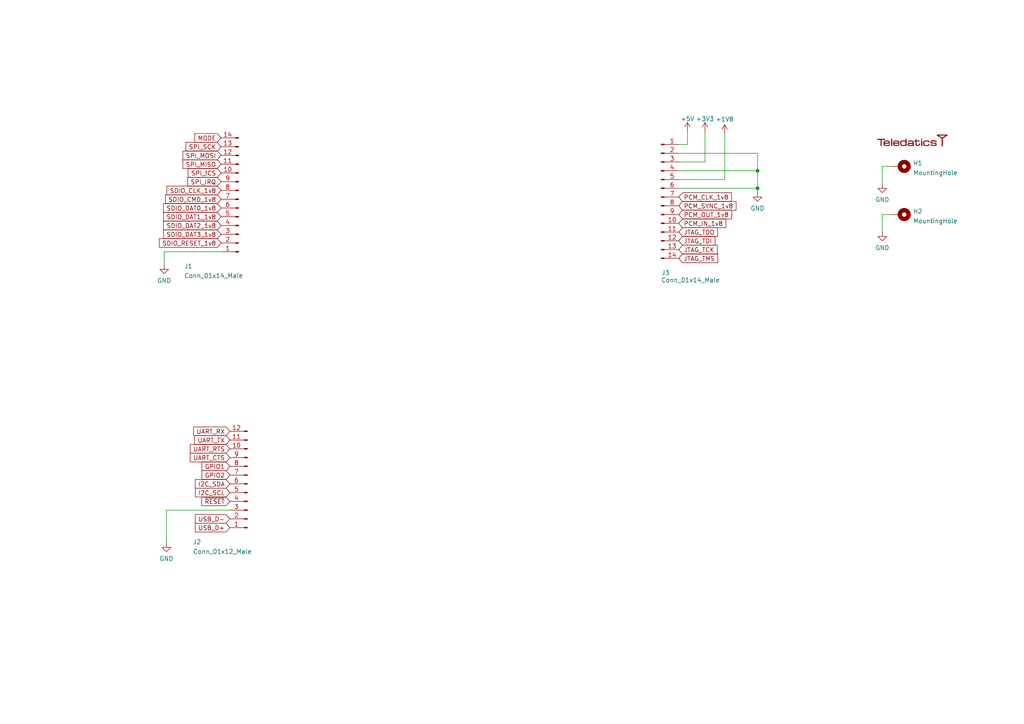
<source format=kicad_sch>
(kicad_sch (version 20231120) (generator "eeschema") (generator_version "8.0")
  (paper "A4")
  (title_block (title "TD-WRLS hAT") (date "2024-09-02") (rev "1.0") (company "Teledatics Inc") (comment 1 "James Ewing"))
  (lib_symbols
    (symbol "Conn_01x14_Male_1" (pin_names (offset 1.016) hide)
      (property "Reference" "J" (at 0 17.78 0))
      (property "Value" "Conn_01x14_Male_1" (at 0 -20.32 0))
      (symbol "Conn_01x14_Male_1_1_1"
        (polyline (pts (xy 1.27 -17.78) (xy 0.8636 -17.78)) (stroke (width 0.1524)))
        (polyline (pts (xy 1.27 -15.24) (xy 0.8636 -15.24)) (stroke (width 0.1524)))
        (polyline (pts (xy 1.27 -12.7) (xy 0.8636 -12.7)) (stroke (width 0.1524)))
        (polyline (pts (xy 1.27 -10.16) (xy 0.8636 -10.16)) (stroke (width 0.1524)))
        (polyline (pts (xy 1.27 -7.62) (xy 0.8636 -7.62)) (stroke (width 0.1524)))
        (polyline (pts (xy 1.27 -5.08) (xy 0.8636 -5.08)) (stroke (width 0.1524)))
        (polyline (pts (xy 1.27 -2.54) (xy 0.8636 -2.54)) (stroke (width 0.1524)))
        (polyline (pts (xy 1.27 0) (xy 0.8636 0)) (stroke (width 0.1524)))
        (polyline (pts (xy 1.27 2.54) (xy 0.8636 2.54)) (stroke (width 0.1524)))
        (polyline (pts (xy 1.27 5.08) (xy 0.8636 5.08)) (stroke (width 0.1524)))
        (polyline (pts (xy 1.27 7.62) (xy 0.8636 7.62)) (stroke (width 0.1524)))
        (polyline (pts (xy 1.27 10.16) (xy 0.8636 10.16)) (stroke (width 0.1524)))
        (polyline (pts (xy 1.27 12.7) (xy 0.8636 12.7)) (stroke (width 0.1524)))
        (polyline (pts (xy 1.27 15.24) (xy 0.8636 15.24)) (stroke (width 0.1524)))
        (rectangle (start 0.8636 -17.653) (end 0 -17.907) (stroke (width 0.1524)) (fill (type outline)))
        (rectangle (start 0.8636 -15.113) (end 0 -15.367) (stroke (width 0.1524)) (fill (type outline)))
        (rectangle (start 0.8636 -12.573) (end 0 -12.827) (stroke (width 0.1524)) (fill (type outline)))
        (rectangle (start 0.8636 -10.033) (end 0 -10.287) (stroke (width 0.1524)) (fill (type outline)))
        (rectangle (start 0.8636 -7.493) (end 0 -7.747) (stroke (width 0.1524)) (fill (type outline)))
        (rectangle (start 0.8636 -4.953) (end 0 -5.207) (stroke (width 0.1524)) (fill (type outline)))
        (rectangle (start 0.8636 -2.413) (end 0 -2.667) (stroke (width 0.1524)) (fill (type outline)))
        (rectangle (start 0.8636 0.127) (end 0 -0.127) (stroke (width 0.1524)) (fill (type outline)))
        (rectangle (start 0.8636 2.667) (end 0 2.413) (stroke (width 0.1524)) (fill (type outline)))
        (rectangle (start 0.8636 5.207) (end 0 4.953) (stroke (width 0.1524)) (fill (type outline)))
        (rectangle (start 0.8636 7.747) (end 0 7.493) (stroke (width 0.1524)) (fill (type outline)))
        (rectangle (start 0.8636 10.287) (end 0 10.033) (stroke (width 0.1524)) (fill (type outline)))
        (rectangle (start 0.8636 12.827) (end 0 12.573) (stroke (width 0.1524)) (fill (type outline)))
        (rectangle (start 0.8636 15.367) (end 0 15.113) (stroke (width 0.1524)) (fill (type outline)))
        (pin passive line (at 5.08 15.24 180) (length 3.81) (name "Pin_1") (number "1"))
        (pin passive line (at 5.08 -7.62 180) (length 3.81) (name "Pin_10") (number "10"))
        (pin passive line (at 5.08 -10.16 180) (length 3.81) (name "Pin_11") (number "11"))
        (pin passive line (at 5.08 -12.7 180) (length 3.81) (name "Pin_12") (number "12"))
        (pin passive line (at 5.08 -15.24 180) (length 3.81) (name "Pin_13") (number "13"))
        (pin passive line (at 5.08 -17.78 180) (length 3.81) (name "Pin_14") (number "14"))
        (pin passive line (at 5.08 12.7 180) (length 3.81) (name "Pin_2") (number "2"))
        (pin passive line (at 5.08 10.16 180) (length 3.81) (name "Pin_3") (number "3"))
        (pin passive line (at 5.08 7.62 180) (length 3.81) (name "Pin_4") (number "4"))
        (pin passive line (at 5.08 5.08 180) (length 3.81) (name "Pin_5") (number "5"))
        (pin passive line (at 5.08 2.54 180) (length 3.81) (name "Pin_6") (number "6"))
        (pin passive line (at 5.08 0 180) (length 3.81) (name "Pin_7") (number "7"))
        (pin passive line (at 5.08 -2.54 180) (length 3.81) (name "Pin_8") (number "8"))
        (pin passive line (at 5.08 -5.08 180) (length 3.81) (name "Pin_9") (number "9"))
      )
    )
    (symbol "Connector:Conn_01x12_Male" (pin_names (offset 1.016) hide)
      (property "Reference" "J" (at 0 15.24 0))
      (property "Value" "Conn_01x12_Male" (at 0 -17.78 0))
      (symbol "Conn_01x12_Male_1_1"
        (polyline (pts (xy 1.27 -15.24) (xy 0.8636 -15.24)) (stroke (width 0.1524)))
        (polyline (pts (xy 1.27 -12.7) (xy 0.8636 -12.7)) (stroke (width 0.1524)))
        (polyline (pts (xy 1.27 -10.16) (xy 0.8636 -10.16)) (stroke (width 0.1524)))
        (polyline (pts (xy 1.27 -7.62) (xy 0.8636 -7.62)) (stroke (width 0.1524)))
        (polyline (pts (xy 1.27 -5.08) (xy 0.8636 -5.08)) (stroke (width 0.1524)))
        (polyline (pts (xy 1.27 -2.54) (xy 0.8636 -2.54)) (stroke (width 0.1524)))
        (polyline (pts (xy 1.27 0) (xy 0.8636 0)) (stroke (width 0.1524)))
        (polyline (pts (xy 1.27 2.54) (xy 0.8636 2.54)) (stroke (width 0.1524)))
        (polyline (pts (xy 1.27 5.08) (xy 0.8636 5.08)) (stroke (width 0.1524)))
        (polyline (pts (xy 1.27 7.62) (xy 0.8636 7.62)) (stroke (width 0.1524)))
        (polyline (pts (xy 1.27 10.16) (xy 0.8636 10.16)) (stroke (width 0.1524)))
        (polyline (pts (xy 1.27 12.7) (xy 0.8636 12.7)) (stroke (width 0.1524)))
        (rectangle (start 0.8636 -15.113) (end 0 -15.367) (stroke (width 0.1524)) (fill (type outline)))
        (rectangle (start 0.8636 -12.573) (end 0 -12.827) (stroke (width 0.1524)) (fill (type outline)))
        (rectangle (start 0.8636 -10.033) (end 0 -10.287) (stroke (width 0.1524)) (fill (type outline)))
        (rectangle (start 0.8636 -7.493) (end 0 -7.747) (stroke (width 0.1524)) (fill (type outline)))
        (rectangle (start 0.8636 -4.953) (end 0 -5.207) (stroke (width 0.1524)) (fill (type outline)))
        (rectangle (start 0.8636 -2.413) (end 0 -2.667) (stroke (width 0.1524)) (fill (type outline)))
        (rectangle (start 0.8636 0.127) (end 0 -0.127) (stroke (width 0.1524)) (fill (type outline)))
        (rectangle (start 0.8636 2.667) (end 0 2.413) (stroke (width 0.1524)) (fill (type outline)))
        (rectangle (start 0.8636 5.207) (end 0 4.953) (stroke (width 0.1524)) (fill (type outline)))
        (rectangle (start 0.8636 7.747) (end 0 7.493) (stroke (width 0.1524)) (fill (type outline)))
        (rectangle (start 0.8636 10.287) (end 0 10.033) (stroke (width 0.1524)) (fill (type outline)))
        (rectangle (start 0.8636 12.827) (end 0 12.573) (stroke (width 0.1524)) (fill (type outline)))
        (pin passive line (at 5.08 12.7 180) (length 3.81) (name "Pin_1") (number "1"))
        (pin passive line (at 5.08 -10.16 180) (length 3.81) (name "Pin_10") (number "10"))
        (pin passive line (at 5.08 -12.7 180) (length 3.81) (name "Pin_11") (number "11"))
        (pin passive line (at 5.08 -15.24 180) (length 3.81) (name "Pin_12") (number "12"))
        (pin passive line (at 5.08 10.16 180) (length 3.81) (name "Pin_2") (number "2"))
        (pin passive line (at 5.08 7.62 180) (length 3.81) (name "Pin_3") (number "3"))
        (pin passive line (at 5.08 5.08 180) (length 3.81) (name "Pin_4") (number "4"))
        (pin passive line (at 5.08 2.54 180) (length 3.81) (name "Pin_5") (number "5"))
        (pin passive line (at 5.08 0 180) (length 3.81) (name "Pin_6") (number "6"))
        (pin passive line (at 5.08 -2.54 180) (length 3.81) (name "Pin_7") (number "7"))
        (pin passive line (at 5.08 -5.08 180) (length 3.81) (name "Pin_8") (number "8"))
        (pin passive line (at 5.08 -7.62 180) (length 3.81) (name "Pin_9") (number "9"))
      )
    )
    (symbol "Connector:Conn_01x14_Male" (pin_names (offset 1.016) hide)
      (property "Reference" "J" (at 0 17.78 0))
      (property "Value" "Conn_01x14_Male" (at 0 -20.32 0))
      (symbol "Conn_01x14_Male_1_1"
        (polyline (pts (xy 1.27 -17.78) (xy 0.8636 -17.78)) (stroke (width 0.1524)))
        (polyline (pts (xy 1.27 -15.24) (xy 0.8636 -15.24)) (stroke (width 0.1524)))
        (polyline (pts (xy 1.27 -12.7) (xy 0.8636 -12.7)) (stroke (width 0.1524)))
        (polyline (pts (xy 1.27 -10.16) (xy 0.8636 -10.16)) (stroke (width 0.1524)))
        (polyline (pts (xy 1.27 -7.62) (xy 0.8636 -7.62)) (stroke (width 0.1524)))
        (polyline (pts (xy 1.27 -5.08) (xy 0.8636 -5.08)) (stroke (width 0.1524)))
        (polyline (pts (xy 1.27 -2.54) (xy 0.8636 -2.54)) (stroke (width 0.1524)))
        (polyline (pts (xy 1.27 0) (xy 0.8636 0)) (stroke (width 0.1524)))
        (polyline (pts (xy 1.27 2.54) (xy 0.8636 2.54)) (stroke (width 0.1524)))
        (polyline (pts (xy 1.27 5.08) (xy 0.8636 5.08)) (stroke (width 0.1524)))
        (polyline (pts (xy 1.27 7.62) (xy 0.8636 7.62)) (stroke (width 0.1524)))
        (polyline (pts (xy 1.27 10.16) (xy 0.8636 10.16)) (stroke (width 0.1524)))
        (polyline (pts (xy 1.27 12.7) (xy 0.8636 12.7)) (stroke (width 0.1524)))
        (polyline (pts (xy 1.27 15.24) (xy 0.8636 15.24)) (stroke (width 0.1524)))
        (rectangle (start 0.8636 -17.653) (end 0 -17.907) (stroke (width 0.1524)) (fill (type outline)))
        (rectangle (start 0.8636 -15.113) (end 0 -15.367) (stroke (width 0.1524)) (fill (type outline)))
        (rectangle (start 0.8636 -12.573) (end 0 -12.827) (stroke (width 0.1524)) (fill (type outline)))
        (rectangle (start 0.8636 -10.033) (end 0 -10.287) (stroke (width 0.1524)) (fill (type outline)))
        (rectangle (start 0.8636 -7.493) (end 0 -7.747) (stroke (width 0.1524)) (fill (type outline)))
        (rectangle (start 0.8636 -4.953) (end 0 -5.207) (stroke (width 0.1524)) (fill (type outline)))
        (rectangle (start 0.8636 -2.413) (end 0 -2.667) (stroke (width 0.1524)) (fill (type outline)))
        (rectangle (start 0.8636 0.127) (end 0 -0.127) (stroke (width 0.1524)) (fill (type outline)))
        (rectangle (start 0.8636 2.667) (end 0 2.413) (stroke (width 0.1524)) (fill (type outline)))
        (rectangle (start 0.8636 5.207) (end 0 4.953) (stroke (width 0.1524)) (fill (type outline)))
        (rectangle (start 0.8636 7.747) (end 0 7.493) (stroke (width 0.1524)) (fill (type outline)))
        (rectangle (start 0.8636 10.287) (end 0 10.033) (stroke (width 0.1524)) (fill (type outline)))
        (rectangle (start 0.8636 12.827) (end 0 12.573) (stroke (width 0.1524)) (fill (type outline)))
        (rectangle (start 0.8636 15.367) (end 0 15.113) (stroke (width 0.1524)) (fill (type outline)))
        (pin passive line (at 5.08 15.24 180) (length 3.81) (name "Pin_1") (number "1"))
        (pin passive line (at 5.08 -7.62 180) (length 3.81) (name "Pin_10") (number "10"))
        (pin passive line (at 5.08 -10.16 180) (length 3.81) (name "Pin_11") (number "11"))
        (pin passive line (at 5.08 -12.7 180) (length 3.81) (name "Pin_12") (number "12"))
        (pin passive line (at 5.08 -15.24 180) (length 3.81) (name "Pin_13") (number "13"))
        (pin passive line (at 5.08 -17.78 180) (length 3.81) (name "Pin_14") (number "14"))
        (pin passive line (at 5.08 12.7 180) (length 3.81) (name "Pin_2") (number "2"))
        (pin passive line (at 5.08 10.16 180) (length 3.81) (name "Pin_3") (number "3"))
        (pin passive line (at 5.08 7.62 180) (length 3.81) (name "Pin_4") (number "4"))
        (pin passive line (at 5.08 5.08 180) (length 3.81) (name "Pin_5") (number "5"))
        (pin passive line (at 5.08 2.54 180) (length 3.81) (name "Pin_6") (number "6"))
        (pin passive line (at 5.08 0 180) (length 3.81) (name "Pin_7") (number "7"))
        (pin passive line (at 5.08 -2.54 180) (length 3.81) (name "Pin_8") (number "8"))
        (pin passive line (at 5.08 -5.08 180) (length 3.81) (name "Pin_9") (number "9"))
      )
    )
    (symbol "Mechanical:MountingHole_Pad" (pin_numbers hide) (pin_names (offset 1.016) hide)
      (property "Reference" "H" (at 0 6.35 0))
      (property "Value" "MountingHole_Pad" (at 0 4.445 0))
      (symbol "MountingHole_Pad_0_1"
        (circle (center 0 1.27) (radius 1.27) (stroke (width 1.27)))
      )
      (symbol "MountingHole_Pad_1_1"
        (pin input line (at 0 -2.54 90) (length 2.54) (name "1") (number "1"))
      )
    )
    (symbol "power:+1V8" (power) (pin_numbers hide) (pin_names (offset 0) hide)
      (property "Value" "+1V8" (at 0 3.556 0))
      (symbol "+1V8_0_1"
        (polyline (pts (xy -0.762 1.27) (xy 0 2.54)))
        (polyline (pts (xy 0 0) (xy 0 2.54)))
        (polyline (pts (xy 0 2.54) (xy 0.762 1.27)))
      )
      (symbol "+1V8_1_1"
        (pin power_in line (at 0 0 90) (length 0) (name "~") (number "1"))
      )
    )
    (symbol "power:+3V3" (power) (pin_names (offset 0))
      (property "Value" "+3V3" (at 0 3.556 0))
      (symbol "+3V3_0_1"
        (polyline (pts (xy -0.762 1.27) (xy 0 2.54)))
        (polyline (pts (xy 0 0) (xy 0 2.54)))
        (polyline (pts (xy 0 2.54) (xy 0.762 1.27)))
      )
      (symbol "+3V3_1_1"
        (pin power_in line (at 0 0 90) (length 0) hide (name "+3V3") (number "1"))
      )
    )
    (symbol "power:+5V" (power) (pin_names (offset 0))
      (property "Value" "+5V" (at 0 3.556 0))
      (symbol "+5V_0_1"
        (polyline (pts (xy -0.762 1.27) (xy 0 2.54)))
        (polyline (pts (xy 0 0) (xy 0 2.54)))
        (polyline (pts (xy 0 2.54) (xy 0.762 1.27)))
      )
      (symbol "+5V_1_1"
        (pin power_in line (at 0 0 90) (length 0) hide (name "+5V") (number "1"))
      )
    )
    (symbol "power:GND" (power) (pin_names (offset 0))
      (property "Value" "GND" (at 0 -3.81 0))
      (symbol "GND_0_1"
        (polyline (pts (xy 0 0) (xy 0 -1.27) (xy 1.27 -1.27) (xy 0 -2.54) (xy -1.27 -1.27) (xy 0 -1.27)))
      )
      (symbol "GND_1_1"
        (pin power_in line (at 0 0 270) (length 0) hide (name "GND") (number "1"))
      )
    )
    (symbol "teledatics:teledatics_logo" (pin_names (offset 1.016))
      (symbol "teledatics_logo_0_0"
        (polyline (pts (xy -7.2151 15.5713) (xy -7.4728 15.5713) (xy -7.4728 13.5835) (xy -7.2151 13.5835) (xy -7.2151 15.5713)) (stroke (width 0.01)) (fill (type outline)))
        (polyline (pts (xy 1.5008 14.3289) (xy 1.4909 15.0744) (xy 1.3712 15.0859) (xy 1.2516 15.0974) (xy 1.2516 13.5835) (xy 1.5108 13.5835) (xy 1.5008 14.3289)) (stroke (width 0.01)) (fill (type outline)))
        (polyline (pts (xy -10.2705 15.3505) (xy -9.2765 15.3505) (xy -9.2765 15.5713) (xy -11.4852 15.5713) (xy -11.4852 15.3505) (xy -10.4913 15.3505) (xy -10.4913 13.5835) (xy -10.2705 13.5835) (xy -10.2705 15.3505)) (stroke (width 0.01)) (fill (type outline)))
        (polyline (pts (xy 1.3712 15.3205) (xy 1.4365 15.331) (xy 1.4845 15.3674) (xy 1.5024 15.4517) (xy 1.5038 15.4665) (xy 1.5031 15.5383) (xy 1.4695 15.5665) (xy 1.3827 15.5713) (xy 1.3672 15.5713) (xy 1.288 15.5638) (xy 1.2569 15.5275) (xy 1.2516 15.4402) (xy 1.2516 15.424) (xy 1.2585 15.3459) (xy 1.2916 15.3182) (xy 1.3712 15.3205)) (stroke (width 0.01)) (fill (type outline)))
        (polyline (pts (xy 7.4727 15.7479) (xy 8.1722 16.1778) (xy 8.2692 16.2379) (xy 8.4621 16.3604) (xy 8.6278 16.4698) (xy 8.7572 16.5598) (xy 8.8415 16.6242) (xy 8.8716 16.657) (xy 8.8718 16.6827) (xy 8.87 16.7187) (xy 8.8601 16.748) (xy 8.8354 16.7712) (xy 8.7894 16.789) (xy 8.7155 16.8022) (xy 8.6073 16.8115) (xy 8.4582 16.8175) (xy 8.2615 16.8209) (xy 8.0109 16.8225) (xy 7.6998 16.8229) (xy 7.3215 16.8229) (xy 7.1795 16.8228) (xy 6.864 16.8216) (xy 6.5759 16.8193) (xy 6.3229 16.8159) (xy 6.1127 16.8117) (xy 5.9529 16.8068) (xy 5.8513 16.8013) (xy 5.8157 16.7953) (xy 5.8116 16.7651) (xy 5.7946 16.6909) (xy 5.7933 16.6852) (xy 5.7973 16.6554) (xy 5.8228 16.6183) (xy 5.8605 16.5837) (xy 6.2085 16.5837) (xy 6.767 16.5938) (xy 7.0269 16.597) (xy 7.3236 16.598) (xy 7.6199 16.597) (xy 7.8792 16.5938) (xy 8.4329 16.5837) (xy 7.879 16.2431) (xy 7.7218 16.1472) (xy 7.5591 16.0497) (xy 7.4271 15.9723) (xy 7.3364 15.9215) (xy 7.2976 15.9033) (xy 7.2719 15.9154) (xy 7.1921 15.9615) (xy 7.0697 16.036) (xy 6.9152 16.1323) (xy 6.7394 16.2439) (xy 6.2085 16.5837) (xy 5.8605 16.5837) (xy 5.8767 16.5688) (xy 5.9658 16.5015) (xy 6.097 16.4113) (xy 6.2771 16.2928) (xy 6.5129 16.1409) (xy 7.2519 15.6676) (xy 7.2519 13.5099) (xy 7.4727 13.5099) (xy 7.4727 15.7479)) (stroke (width 0.01)) (fill (type outline)))
        (polyline (pts (xy 0.3894 13.5965) (xy 0.5503 13.6316) (xy 0.558 13.6344) (xy 0.6881 13.7212) (xy 0.7805 13.8691) (xy 0.8331 14.0745) (xy 0.8567 14.2461) (xy 0.7412 14.2461) (xy 0.7241 14.246) (xy 0.6575 14.2371) (xy 0.6307 14.198) (xy 0.6258 14.1071) (xy 0.6256 14.0948) (xy 0.6073 13.9785) (xy 0.5685 13.8862) (xy 0.5681 13.8857) (xy 0.5291 13.8428) (xy 0.4746 13.8182) (xy 0.3853 13.807) (xy 0.2417 13.8044) (xy 0.1943 13.8047) (xy 0.0558 13.8119) (xy -0.0297 13.831) (xy -0.0783 13.8652) (xy -0.097 13.9034) (xy -0.1175 14.0047) (xy -0.1322 14.1675) (xy -0.1417 14.3978) (xy -0.1546 14.8697) (xy 0.7914 14.8903) (xy 0.8031 14.9915) (xy 0.8147 15.0928) (xy -0.1473 15.0928) (xy -0.1473 15.2983) (xy -0.1492 15.4127) (xy -0.1617 15.472) (xy -0.1946 15.4943) (xy -0.2577 15.4977) (xy -0.2594 15.4977) (xy -0.3218 15.4941) (xy -0.3541 15.4712) (xy -0.3663 15.411) (xy -0.3681 15.2952) (xy -0.3681 15.0928) (xy -0.5362 15.0928) (xy -0.6017 15.0921) (xy -0.6708 15.083) (xy -0.695 15.0534) (xy -0.6927 14.9915) (xy -0.6911 14.9786) (xy -0.6726 14.9199) (xy -0.6244 14.8916) (xy -0.5246 14.879) (xy -0.3681 14.8677) (xy -0.3676 14.382) (xy -0.3675 14.3492) (xy -0.3637 14.1237) (xy -0.3517 13.9579) (xy -0.3276 13.8396) (xy -0.2879 13.7567) (xy -0.2288 13.6969) (xy -0.1468 13.648) (xy -0.1251 13.6382) (xy 0.0218 13.6004) (xy 0.2033 13.5863) (xy 0.3894 13.5965)) (stroke (width 0.01)) (fill (type outline)))
        (polyline (pts (xy -3.6654 13.5797) (xy -3.4808 13.6346) (xy -3.3474 13.7146) (xy -3.3046 13.7508) (xy -3.2803 13.7485) (xy -3.2763 13.6812) (xy -3.2699 13.621) (xy -3.2343 13.5901) (xy -3.1474 13.5835) (xy -3.0186 13.5835) (xy -3.0186 15.5713) (xy -3.2763 15.5713) (xy -3.2763 14.9805) (xy -3.3936 15.0411) (xy -3.4252 15.0551) (xy -3.5639 15.091) (xy -3.7453 15.1142) (xy -3.9464 15.1234) (xy -4.1445 15.1174) (xy -4.3165 15.0947) (xy -4.3415 15.0892) (xy -4.5321 15.0253) (xy -4.6708 14.927) (xy -4.7632 14.7861) (xy -4.8152 14.5943) (xy -4.8325 14.3431) (xy -4.831 14.3095) (xy -4.6013 14.3095) (xy -4.5886 14.5117) (xy -4.5451 14.6795) (xy -4.4739 14.7954) (xy -4.4667 14.8025) (xy -4.419 14.8431) (xy -4.3642 14.8697) (xy -4.2856 14.8861) (xy -4.1667 14.8959) (xy -3.9908 14.9029) (xy -3.9353 14.9045) (xy -3.7195 14.9034) (xy -3.5624 14.8861) (xy -3.4523 14.8489) (xy -3.3776 14.7884) (xy -3.3269 14.7011) (xy -3.3236 14.6926) (xy -3.2962 14.5739) (xy -3.2808 14.4146) (xy -3.2777 14.2427) (xy -3.2877 14.0865) (xy -3.3114 13.9743) (xy -3.3562 13.8997) (xy -3.4366 13.8229) (xy -3.5284 13.7869) (xy -3.677 13.7603) (xy -3.8578 13.7472) (xy -4.0499 13.7489) (xy -4.2324 13.7669) (xy -4.3506 13.7929) (xy -4.4713 13.8556) (xy -4.5449 13.9607) (xy -4.5858 14.1227) (xy -4.6013 14.3095) (xy -4.831 14.3095) (xy -4.8226 14.1256) (xy -4.7786 13.924) (xy -4.6952 13.7744) (xy -4.5676 13.6688) (xy -4.3909 13.599) (xy -4.3407 13.5866) (xy -4.114 13.5537) (xy -3.8827 13.5521) (xy -3.6654 13.5797)) (stroke (width 0.01)) (fill (type outline)))
        (polyline (pts (xy 3.0093 13.5598) (xy 3.1958 13.5855) (xy 3.2149 13.5899) (xy 3.3919 13.6641) (xy 3.5192 13.7844) (xy 3.5882 13.9424) (xy 3.5928 13.965) (xy 3.5993 14.0324) (xy 3.5682 14.058) (xy 3.4816 14.0621) (xy 3.419 14.0594) (xy 3.3639 14.0387) (xy 3.3498 13.9884) (xy 3.347 13.9552) (xy 3.2932 13.8585) (xy 3.1725 13.7897) (xy 2.9858 13.7496) (xy 2.9405 13.7449) (xy 2.7124 13.737) (xy 2.5047 13.7548) (xy 2.3344 13.7959) (xy 2.2183 13.8578) (xy 2.1967 13.8773) (xy 2.1564 13.9269) (xy 2.1315 13.9928) (xy 2.1166 14.0942) (xy 2.1062 14.2501) (xy 2.1025 14.4512) (xy 2.1209 14.624) (xy 2.1676 14.7452) (xy 2.2467 14.825) (xy 2.3623 14.8737) (xy 2.3949 14.8815) (xy 2.5433 14.9015) (xy 2.7173 14.9078) (xy 2.8972 14.9014) (xy 3.0631 14.8836) (xy 3.1953 14.8556) (xy 3.2741 14.8186) (xy 3.324 14.7565) (xy 3.3498 14.6821) (xy 3.3538 14.654) (xy 3.3911 14.6226) (xy 3.4827 14.6142) (xy 3.4993 14.6143) (xy 3.577 14.6203) (xy 3.6015 14.6485) (xy 3.5906 14.7155) (xy 3.5677 14.7892) (xy 3.4754 14.9413) (xy 3.3371 15.0376) (xy 3.2156 15.075) (xy 3.0255 15.1047) (xy 2.8115 15.1158) (xy 2.5927 15.109) (xy 2.3884 15.0852) (xy 2.2178 15.0451) (xy 2.1002 14.9894) (xy 2.082 14.9755) (xy 1.98 14.8731) (xy 1.914 14.7479) (xy 1.8781 14.5836) (xy 1.8661 14.3641) (xy 1.867 14.2462) (xy 1.8847 14.0242) (xy 1.9287 13.8587) (xy 2.0044 13.7395) (xy 2.1174 13.6563) (xy 2.2731 13.5987) (xy 2.3613 13.5799) (xy 2.5619 13.5574) (xy 2.788 13.5506) (xy 3.0093 13.5598)) (stroke (width 0.01)) (fill (type outline)))
        (polyline (pts (xy -8.6323 13.5602) (xy -8.5125 13.5646) (xy -8.292 13.5849) (xy -8.1303 13.6229) (xy -8.0175 13.6831) (xy -7.9442 13.7698) (xy -7.9005 13.8872) (xy -7.8986 13.8953) (xy -7.8908 13.9586) (xy -7.9205 13.9839) (xy -8.0058 13.9884) (xy -8.0148 13.9884) (xy -8.1064 13.9744) (xy -8.1354 13.9341) (xy -8.1354 13.9325) (xy -8.1656 13.8754) (xy -8.235 13.8144) (xy -8.2446 13.8084) (xy -8.3106 13.7793) (xy -8.4018 13.7611) (xy -8.5344 13.7518) (xy -8.7245 13.7492) (xy -8.8122 13.7499) (xy -9.0093 13.7602) (xy -9.1496 13.7868) (xy -9.2449 13.8349) (xy -9.3071 13.9095) (xy -9.3481 14.0157) (xy -9.3547 14.0389) (xy -9.3744 14.1108) (xy -9.3806 14.1638) (xy -9.3648 14.2009) (xy -9.3184 14.2248) (xy -9.2328 14.2384) (xy -9.0994 14.2446) (xy -8.9095 14.2462) (xy -8.6547 14.2461) (xy -8.5448 14.2461) (xy -8.3097 14.2466) (xy -8.1362 14.2507) (xy -8.0155 14.262) (xy -7.939 14.284) (xy -7.8979 14.32) (xy -7.8836 14.3736) (xy -7.8873 14.4482) (xy -7.9005 14.5473) (xy -7.9508 14.7394) (xy -8.0605 14.9098) (xy -8.2274 15.0344) (xy -8.2404 15.041) (xy -8.3264 15.0762) (xy -8.4253 15.0975) (xy -8.5574 15.1079) (xy -8.7428 15.1105) (xy -8.8846 15.1072) (xy -9.1341 15.0785) (xy -9.324 15.0153) (xy -9.4609 14.9119) (xy -9.551 14.7621) (xy -9.6009 14.56) (xy -9.6043 14.505) (xy -9.387 14.505) (xy -9.3863 14.528) (xy -9.3506 14.6731) (xy -9.2718 14.7942) (xy -9.1646 14.8669) (xy -9.1429 14.8736) (xy -9.0077 14.8969) (xy -8.8371 14.9069) (xy -8.658 14.9037) (xy -8.4976 14.8877) (xy -8.3827 14.8592) (xy -8.2717 14.7994) (xy -8.1893 14.7041) (xy -8.1472 14.5623) (xy -8.1257 14.4302) (xy -8.7564 14.4302) (xy -8.9702 14.4305) (xy -9.1402 14.4322) (xy -9.2564 14.4366) (xy -9.3289 14.4448) (xy -9.368 14.4582) (xy -9.3839 14.4778) (xy -9.387 14.505) (xy -9.6043 14.505) (xy -9.617 14.2997) (xy -9.6168 14.2306) (xy -9.6088 14.0743) (xy -9.5872 13.9631) (xy -9.5487 13.8759) (xy -9.5054 13.811) (xy -9.3526 13.6665) (xy -9.1616 13.5814) (xy -9.104 13.5722) (xy -8.976 13.5631) (xy -8.8116 13.5587) (xy -8.6323 13.5602)) (stroke (width 0.01)) (fill (type outline)))
        (polyline (pts (xy -5.8715 13.5602) (xy -5.7516 13.5646) (xy -5.5311 13.5849) (xy -5.3694 13.6229) (xy -5.2567 13.6831) (xy -5.1833 13.7698) (xy -5.1396 13.8872) (xy -5.1377 13.8953) (xy -5.1299 13.9586) (xy -5.1597 13.9839) (xy -5.245 13.9884) (xy -5.254 13.9884) (xy -5.3455 13.9744) (xy -5.3745 13.9341) (xy -5.3746 13.9325) (xy -5.4047 13.8754) (xy -5.4742 13.8144) (xy -5.4838 13.8084) (xy -5.5497 13.7793) (xy -5.6409 13.7611) (xy -5.7736 13.7518) (xy -5.9636 13.7492) (xy -6.0513 13.7499) (xy -6.2484 13.7602) (xy -6.3887 13.7868) (xy -6.484 13.8349) (xy -6.5463 13.9095) (xy -6.5873 14.0157) (xy -6.5938 14.0389) (xy -6.6135 14.1108) (xy -6.6197 14.1638) (xy -6.604 14.2009) (xy -6.5576 14.2248) (xy -6.472 14.2384) (xy -6.3385 14.2446) (xy -6.1487 14.2462) (xy -5.8938 14.2461) (xy -5.7839 14.2461) (xy -5.5489 14.2466) (xy -5.3753 14.2507) (xy -5.2546 14.262) (xy -5.1781 14.284) (xy -5.137 14.32) (xy -5.1227 14.3736) (xy -5.1265 14.4482) (xy -5.1396 14.5473) (xy -5.1899 14.7394) (xy -5.2996 14.9098) (xy -5.4665 15.0344) (xy -5.4796 15.041) (xy -5.5655 15.0762) (xy -5.6645 15.0975) (xy -5.7965 15.1079) (xy -5.9819 15.1105) (xy -6.1237 15.1072) (xy -6.3732 15.0785) (xy -6.5632 15.0153) (xy -6.7 14.9119) (xy -6.7902 14.7621) (xy -6.8401 14.56) (xy -6.8435 14.505) (xy -6.6261 14.505) (xy -6.6254 14.528) (xy -6.5897 14.6731) (xy -6.5109 14.7942) (xy -6.4037 14.8669) (xy -6.382 14.8736) (xy -6.2468 14.8969) (xy -6.0762 14.9069) (xy -5.8972 14.9037) (xy -5.7367 14.8877) (xy -5.6218 14.8592) (xy -5.5108 14.7994) (xy -5.4284 14.7041) (xy -5.3863 14.5623) (xy -5.3649 14.4302) (xy -5.9955 14.4302) (xy -6.2093 14.4305) (xy -6.3794 14.4322) (xy -6.4955 14.4366) (xy -6.568 14.4448) (xy -6.6071 14.4582) (xy -6.6231 14.4778) (xy -6.6261 14.505) (xy -6.8435 14.505) (xy -6.8562 14.2997) (xy -6.8559 14.2306) (xy -6.8479 14.0743) (xy -6.8263 13.9631) (xy -6.7879 13.8759) (xy -6.7445 13.811) (xy -6.5917 13.6665) (xy -6.4007 13.5814) (xy -6.3431 13.5722) (xy -6.2152 13.5631) (xy -6.0507 13.5587) (xy -5.8715 13.5602)) (stroke (width 0.01)) (fill (type outline)))
        (polyline (pts (xy -1.6111 13.5598) (xy -1.4755 13.5826) (xy -1.3625 13.6314) (xy -1.2641 13.6995) (xy -1.178 13.7804) (xy -1.178 13.682) (xy -1.1705 13.6181) (xy -1.1331 13.5895) (xy -1.0441 13.5835) (xy -0.9102 13.5835) (xy -0.9286 14.1081) (xy -0.937 14.2987) (xy -0.9544 14.5133) (xy -0.9808 14.6753) (xy -1.0194 14.7972) (xy -1.0733 14.8912) (xy -1.1456 14.9696) (xy -1.2906 15.0567) (xy -1.5018 15.111) (xy -1.7744 15.1294) (xy -1.7921 15.1293) (xy -2.0618 15.1128) (xy -2.2799 15.0676) (xy -2.4417 14.996) (xy -2.5422 14.8999) (xy -2.5768 14.7816) (xy -2.5735 14.7366) (xy -2.5434 14.697) (xy -2.463 14.6879) (xy -2.3734 14.7032) (xy -2.331 14.757) (xy -2.3173 14.7906) (xy -2.2587 14.8457) (xy -2.1524 14.8822) (xy -1.9902 14.9025) (xy -1.7636 14.9087) (xy -1.6026 14.9075) (xy -1.4849 14.9015) (xy -1.4081 14.8875) (xy -1.3552 14.8623) (xy -1.3094 14.8226) (xy -1.2974 14.8086) (xy -1.252 14.7245) (xy -1.2125 14.6106) (xy -1.185 14.4911) (xy -1.1753 14.3904) (xy -1.1895 14.3328) (xy -1.2249 14.3329) (xy -1.2945 14.3628) (xy -1.3463 14.3813) (xy -1.4626 14.3986) (xy -1.6396 14.4086) (xy -1.8838 14.4118) (xy -2.0272 14.4114) (xy -2.1922 14.4084) (xy -2.3069 14.4011) (xy -2.3856 14.3875) (xy -2.4424 14.366) (xy -2.4912 14.3346) (xy -2.5301 14.3013) (xy -2.6221 14.1684) (xy -2.6649 14.0111) (xy -2.6628 13.9903) (xy -2.4296 13.9903) (xy -2.4293 14.0116) (xy -2.4185 14.0905) (xy -2.3846 14.146) (xy -2.3175 14.1815) (xy -2.2073 14.2006) (xy -2.0439 14.2068) (xy -1.8171 14.2036) (xy -1.6814 14.1997) (xy -1.5195 14.1927) (xy -1.4088 14.1825) (xy -1.3358 14.1671) (xy -1.2866 14.1441) (xy -1.2478 14.1114) (xy -1.2209 14.0796) (xy -1.1871 13.9785) (xy -1.2189 13.8821) (xy -1.3127 13.8084) (xy -1.3714 13.7899) (xy -1.5051 13.7675) (xy -1.6738 13.7523) (xy -1.8544 13.7456) (xy -2.024 13.7486) (xy -2.1595 13.7626) (xy -2.1912 13.7688) (xy -2.3294 13.815) (xy -2.406 13.8865) (xy -2.4296 13.9903) (xy -2.6628 13.9903) (xy -2.6495 13.8568) (xy -2.6251 13.7933) (xy -2.5664 13.7068) (xy -2.4733 13.647) (xy -2.3263 13.5982) (xy -2.1786 13.5708) (xy -1.9899 13.5543) (xy -1.7916 13.5505) (xy -1.6111 13.5598)) (stroke (width 0.01)) (fill (type outline)))
        (polyline (pts (xy 4.9003 13.5972) (xy 4.9953 13.6) (xy 5.2217 13.615) (xy 5.3901 13.6432) (xy 5.512 13.6882) (xy 5.5986 13.7536) (xy 5.6612 13.8432) (xy 5.6896 13.9254) (xy 5.6952 14.078) (xy 5.6571 14.2306) (xy 5.5805 14.3513) (xy 5.551 14.3795) (xy 5.5114 14.408) (xy 5.4601 14.4284) (xy 5.3846 14.4426) (xy 5.2726 14.453) (xy 5.1117 14.4616) (xy 4.8897 14.4705) (xy 4.6717 14.4796) (xy 4.5058 14.4893) (xy 4.3915 14.5007) (xy 4.3176 14.5154) (xy 4.2728 14.5348) (xy 4.2459 14.5608) (xy 4.2186 14.6084) (xy 4.2004 14.734) (xy 4.2487 14.8557) (xy 4.252 14.8601) (xy 4.2842 14.8898) (xy 4.3355 14.9103) (xy 4.4194 14.9238) (xy 4.5496 14.9327) (xy 4.7398 14.9393) (xy 4.8894 14.9411) (xy 5.1323 14.93) (xy 5.307 14.8996) (xy 5.4127 14.8501) (xy 5.4481 14.7818) (xy 5.4492 14.7704) (xy 5.4853 14.7353) (xy 5.5809 14.7247) (xy 5.5978 14.7247) (xy 5.6753 14.7308) (xy 5.6996 14.7589) (xy 5.6885 14.8259) (xy 5.6671 14.8918) (xy 5.6029 14.9922) (xy 5.5002 15.0647) (xy 5.3507 15.1124) (xy 5.146 15.1388) (xy 4.8775 15.1473) (xy 4.8102 15.1472) (xy 4.5802 15.1419) (xy 4.4066 15.1268) (xy 4.2756 15.0991) (xy 4.1737 15.0564) (xy 4.0872 14.996) (xy 4.0729 14.9838) (xy 4.0104 14.9161) (xy 3.9822 14.8383) (xy 3.9756 14.719) (xy 3.9829 14.586) (xy 4.0127 14.4746) (xy 4.0734 14.3936) (xy 4.1734 14.3384) (xy 4.3213 14.3046) (xy 4.5256 14.2876) (xy 4.7945 14.2829) (xy 4.8499 14.2828) (xy 5.0726 14.2782) (xy 5.2333 14.2646) (xy 5.3417 14.2383) (xy 5.4071 14.1962) (xy 5.4393 14.1348) (xy 5.4475 14.0508) (xy 5.439 13.9553) (xy 5.4192 13.8895) (xy 5.3904 13.8581) (xy 5.2817 13.8075) (xy 5.106 13.7775) (xy 4.8613 13.7676) (xy 4.7999 13.7678) (xy 4.597 13.773) (xy 4.4518 13.7878) (xy 4.3518 13.8153) (xy 4.2846 13.8584) (xy 4.2376 13.9202) (xy 4.2154 13.9524) (xy 4.1424 14.0107) (xy 4.0639 14.0312) (xy 4.0013 14.0115) (xy 3.9756 13.9492) (xy 3.9783 13.9065) (xy 4.0284 13.7812) (xy 4.1433 13.6849) (xy 4.3253 13.6154) (xy 4.3262 13.6152) (xy 4.4064 13.6049) (xy 4.5413 13.598) (xy 4.7121 13.5953) (xy 4.9003 13.5972)) (stroke (width 0.01)) (fill (type outline)))
      )
    )
  )
  (junction (at 219.71 49.53))
  (junction (at 219.71 54.61))
  (wire (pts (xy 196.85 49.53) (xy 219.71 49.53)))
  (wire (pts (xy 255.905 53.34) (xy 255.905 48.26)))
  (wire (pts (xy 255.905 67.31) (xy 255.905 62.23)))
  (wire (pts (xy 196.85 41.91) (xy 199.39 41.91)))
  (wire (pts (xy 48.26 147.955) (xy 48.26 157.48)))
  (wire (pts (xy 64.135 73.025) (xy 47.625 73.025)))
  (wire (pts (xy 219.71 49.53) (xy 219.71 54.61)))
  (wire (pts (xy 255.905 48.26) (xy 258.445 48.26)))
  (wire (pts (xy 196.85 52.07) (xy 210.185 52.07)))
  (wire (pts (xy 66.675 147.955) (xy 48.26 147.955)))
  (wire (pts (xy 196.85 54.61) (xy 219.71 54.61)))
  (wire (pts (xy 196.85 46.99) (xy 204.47 46.99)))
  (wire (pts (xy 204.47 38.1) (xy 204.47 46.99)))
  (wire (pts (xy 199.39 38.1) (xy 199.39 41.91)))
  (wire (pts (xy 219.71 44.45) (xy 219.71 49.53)))
  (wire (pts (xy 210.185 52.07) (xy 210.185 38.735)))
  (wire (pts (xy 255.905 62.23) (xy 258.445 62.23)))
  (wire (pts (xy 47.625 73.025) (xy 47.625 76.835)))
  (wire (pts (xy 196.85 44.45) (xy 219.71 44.45)))
  (wire (pts (xy 219.71 54.61) (xy 219.71 55.88)))
  (global_label "GPIO1" (shape input) (at 66.675 135.255 180) (property "Intersheetrefs" "${INTERSHEET_REFS}" (effects (hide yes))))
  (global_label "SPI_IRQ" (shape input) (at 64.135 52.705 180) (property "Intersheetrefs" "${INTERSHEET_REFS}" (effects (hide yes))))
  (global_label "PCM_IN_1v8" (shape input) (at 196.85 64.77 0) (property "Intersheetrefs" "${INTERSHEET_REFS}" (effects (hide yes))))
  (global_label "UART_CTS" (shape input) (at 66.675 132.715 180) (property "Intersheetrefs" "${INTERSHEET_REFS}" (effects (hide yes))))
  (global_label "SDIO_CLK_1v8" (shape input) (at 64.135 55.245 180) (property "Intersheetrefs" "${INTERSHEET_REFS}" (effects (hide yes))))
  (global_label "SDIO_DAT2_1v8" (shape input) (at 64.135 65.405 180) (property "Intersheetrefs" "${INTERSHEET_REFS}" (effects (hide yes))))
  (global_label "MODE" (shape input) (at 64.135 40.005 180) (property "Intersheetrefs" "${INTERSHEET_REFS}" (effects (hide yes))))
  (global_label "PCM_CLK_1v8" (shape input) (at 196.85 57.15 0) (property "Intersheetrefs" "${INTERSHEET_REFS}" (effects (hide yes))))
  (global_label "GPIO2" (shape input) (at 66.675 137.795 180) (property "Intersheetrefs" "${INTERSHEET_REFS}" (effects (hide yes))))
  (global_label "SDIO_CMD_1v8" (shape input) (at 64.135 57.785 180) (property "Intersheetrefs" "${INTERSHEET_REFS}" (effects (hide yes))))
  (global_label "SPI_!CS" (shape input) (at 64.135 50.165 180) (property "Intersheetrefs" "${INTERSHEET_REFS}" (effects (hide yes))))
  (global_label "USB_D+" (shape input) (at 66.675 153.035 180) (property "Intersheetrefs" "${INTERSHEET_REFS}" (effects (hide yes))))
  (global_label "JTAG_TDO" (shape input) (at 196.85 67.31 0) (property "Intersheetrefs" "${INTERSHEET_REFS}" (effects (hide yes))))
  (global_label "SPI_SCK" (shape input) (at 64.135 42.545 180) (property "Intersheetrefs" "${INTERSHEET_REFS}" (effects (hide yes))))
  (global_label "PCM_OUT_1v8" (shape input) (at 196.85 62.23 0) (property "Intersheetrefs" "${INTERSHEET_REFS}" (effects (hide yes))))
  (global_label "SDIO_DAT3_1v8" (shape input) (at 64.135 67.945 180) (property "Intersheetrefs" "${INTERSHEET_REFS}" (effects (hide yes))))
  (global_label "USB_D-" (shape input) (at 66.675 150.495 180) (property "Intersheetrefs" "${INTERSHEET_REFS}" (effects (hide yes))))
  (global_label "JTAG_TMS" (shape input) (at 196.85 74.93 0) (property "Intersheetrefs" "${INTERSHEET_REFS}" (effects (hide yes))))
  (global_label "JTAG_TCK" (shape input) (at 196.85 72.39 0) (property "Intersheetrefs" "${INTERSHEET_REFS}" (effects (hide yes))))
  (global_label "~{RESET}" (shape input) (at 66.675 145.415 180) (property "Intersheetrefs" "${INTERSHEET_REFS}" (effects (hide yes))))
  (global_label "JTAG_TDI" (shape input) (at 196.85 69.85 0) (property "Intersheetrefs" "${INTERSHEET_REFS}" (effects (hide yes))))
  (global_label "SDIO_RESET_1v8" (shape input) (at 64.135 70.485 180) (property "Intersheetrefs" "${INTERSHEET_REFS}" (effects (hide yes))))
  (global_label "UART_RX" (shape input) (at 66.675 125.095 180) (property "Intersheetrefs" "${INTERSHEET_REFS}" (effects (hide yes))))
  (global_label "SPI_MISO" (shape input) (at 64.135 47.625 180) (property "Intersheetrefs" "${INTERSHEET_REFS}" (effects (hide yes))))
  (global_label "I2C_SDA" (shape input) (at 66.675 140.335 180) (property "Intersheetrefs" "${INTERSHEET_REFS}" (effects (hide yes))))
  (global_label "SDIO_DAT0_1v8" (shape input) (at 64.135 60.325 180) (property "Intersheetrefs" "${INTERSHEET_REFS}" (effects (hide yes))))
  (global_label "I2C_SCL" (shape input) (at 66.675 142.875 180) (property "Intersheetrefs" "${INTERSHEET_REFS}" (effects (hide yes))))
  (global_label "PCM_SYNC_1v8" (shape input) (at 196.85 59.69 0) (property "Intersheetrefs" "${INTERSHEET_REFS}" (effects (hide yes))))
  (global_label "SDIO_DAT1_1v8" (shape input) (at 64.135 62.865 180) (property "Intersheetrefs" "${INTERSHEET_REFS}" (effects (hide yes))))
  (global_label "UART_RTS" (shape input) (at 66.675 130.175 180) (property "Intersheetrefs" "${INTERSHEET_REFS}" (effects (hide yes))))
  (global_label "SPI_MOSI" (shape input) (at 64.135 45.085 180) (property "Intersheetrefs" "${INTERSHEET_REFS}" (effects (hide yes))))
  (global_label "UART_TX" (shape input) (at 66.675 127.635 180) (property "Intersheetrefs" "${INTERSHEET_REFS}" (effects (hide yes))))
  (symbol (lib_id "power:GND") (at 219.71 55.88 0) (unit 1)
    (property "Reference" "#PWR03" (effects (hide yes)))
    (property "Value" "GND" (at 219.71 60.4424 0))
  )
  (symbol (lib_id "power:GND") (at 255.905 53.34 0) (unit 1)
    (property "Reference" "#PWR0102" (effects (hide yes)))
    (property "Value" "GND" (at 255.905 57.9024 0))
  )
  (symbol (lib_name "Conn_01x14_Male_1") (lib_id "Connector:Conn_01x14_Male") (at 69.215 57.785 180) (unit 1)
    (property "Reference" "J1" (at 53.4162 77.1965 0) (effects (justify right)))
    (property "Value" "Conn_01x14_Male" (at 53.4162 79.9716 0) (effects (justify right)))
    (property "Footprint" "Connector_PinHeader_2.54mm:PinHeader_1x14_P2.54mm_Vertical" (effects (hide yes)))
  )
  (symbol (lib_id "power:GND") (at 255.905 67.31 0) (unit 1)
    (property "Reference" "#PWR0101" (effects (hide yes)))
    (property "Value" "GND" (at 255.905 71.8724 0))
  )
  (symbol (lib_id "Connector:Conn_01x12_Male") (at 71.755 140.335 180) (unit 1)
    (property "Reference" "J2" (at 55.9562 157.2065 0) (effects (justify right)))
    (property "Value" "Conn_01x12_Male" (at 55.9562 159.9816 0) (effects (justify right)))
    (property "Footprint" "Connector_PinHeader_2.54mm:PinHeader_1x12_P2.54mm_Vertical" (effects (hide yes)))
  )
  (symbol (lib_id "power:+1V8") (at 210.185 38.735 0) (unit 1)
    (property "Reference" "#PWR02" (effects (hide yes)))
    (property "Value" "+1V8" (at 210.185 34.6019 0))
    (property "Description" "Power symbol creates a global label with name \"+1V8\"" (effects (hide yes)))
  )
  (symbol (lib_id "power:GND") (at 48.26 157.48 0) (unit 1)
    (property "Reference" "#PWR0110" (effects (hide yes)))
    (property "Value" "GND" (at 48.26 162.0424 0))
  )
  (symbol (lib_id "Mechanical:MountingHole_Pad") (at 260.985 62.23 270) (unit 1)
    (property "Reference" "H2" (at 264.795 61.3215 90) (effects (justify left)))
    (property "Value" "MountingHole" (at 264.795 64.0966 90) (effects (justify left)))
    (property "Footprint" "MountingHole:MountingHole_3.2mm_M3_Pad" (effects (hide yes)))
  )
  (symbol (lib_id "Mechanical:MountingHole_Pad") (at 260.985 48.26 270) (unit 1)
    (property "Reference" "H1" (at 264.795 47.3515 90) (effects (justify left)))
    (property "Value" "MountingHole" (at 264.795 50.1266 90) (effects (justify left)))
    (property "Footprint" "MountingHole:MountingHole_3.2mm_M3_Pad" (effects (hide yes)))
  )
  (symbol (lib_id "power:+3V3") (at 204.47 38.1 0) (unit 1)
    (property "Reference" "#PWR0113" (effects (hide yes)))
    (property "Value" "+3V3" (at 204.47 34.4955 0))
  )
  (symbol (lib_id "power:GND") (at 47.625 76.835 0) (unit 1)
    (property "Reference" "#PWR01" (effects (hide yes)))
    (property "Value" "GND" (at 47.625 81.3974 0))
  )
  (symbol (lib_id "Connector:Conn_01x14_Male") (at 191.77 57.15 0) (unit 1)
    (property "Reference" "J3" (at 194.2338 79.1015 0) (effects (justify right)))
    (property "Value" "Conn_01x14_Male" (at 208.8388 81.2416 0) (effects (justify right)))
    (property "Footprint" "Connector_PinHeader_2.54mm:PinHeader_1x14_P2.54mm_Vertical" (effects (hide yes)))
  )
  (symbol (lib_id "power:+5V") (at 199.39 38.1 0) (unit 1)
    (property "Reference" "#PWR09" (effects (hide yes)))
    (property "Value" "+5V" (at 199.39 34.4955 0))
  )
  (symbol (lib_id "teledatics:teledatics_logo") (at 265.938 55.88 0) (unit 1)
    (property "Reference" "#G1" (effects (hide yes)))
    (property "Value" "teledatics_logo" (effects (hide yes)))
  )
)
</source>
